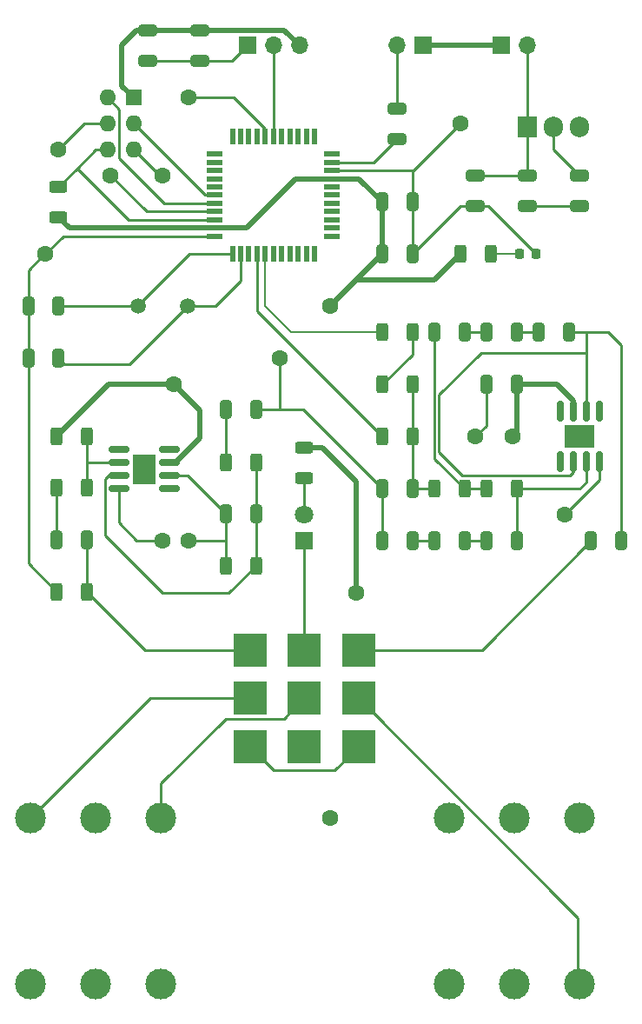
<source format=gbr>
%TF.GenerationSoftware,KiCad,Pcbnew,7.0.8*%
%TF.CreationDate,2023-11-14T18:00:56-08:00*%
%TF.ProjectId,guitar_pedal_4layer,67756974-6172-45f7-9065-64616c5f346c,rev?*%
%TF.SameCoordinates,Original*%
%TF.FileFunction,Copper,L1,Top*%
%TF.FilePolarity,Positive*%
%FSLAX46Y46*%
G04 Gerber Fmt 4.6, Leading zero omitted, Abs format (unit mm)*
G04 Created by KiCad (PCBNEW 7.0.8) date 2023-11-14 18:00:56*
%MOMM*%
%LPD*%
G01*
G04 APERTURE LIST*
G04 Aperture macros list*
%AMRoundRect*
0 Rectangle with rounded corners*
0 $1 Rounding radius*
0 $2 $3 $4 $5 $6 $7 $8 $9 X,Y pos of 4 corners*
0 Add a 4 corners polygon primitive as box body*
4,1,4,$2,$3,$4,$5,$6,$7,$8,$9,$2,$3,0*
0 Add four circle primitives for the rounded corners*
1,1,$1+$1,$2,$3*
1,1,$1+$1,$4,$5*
1,1,$1+$1,$6,$7*
1,1,$1+$1,$8,$9*
0 Add four rect primitives between the rounded corners*
20,1,$1+$1,$2,$3,$4,$5,0*
20,1,$1+$1,$4,$5,$6,$7,0*
20,1,$1+$1,$6,$7,$8,$9,0*
20,1,$1+$1,$8,$9,$2,$3,0*%
G04 Aperture macros list end*
%TA.AperFunction,SMDPad,CuDef*%
%ADD10RoundRect,0.250000X0.312500X0.625000X-0.312500X0.625000X-0.312500X-0.625000X0.312500X-0.625000X0*%
%TD*%
%TA.AperFunction,SMDPad,CuDef*%
%ADD11RoundRect,0.250000X0.325000X0.650000X-0.325000X0.650000X-0.325000X-0.650000X0.325000X-0.650000X0*%
%TD*%
%TA.AperFunction,SMDPad,CuDef*%
%ADD12RoundRect,0.250000X-0.325000X-0.650000X0.325000X-0.650000X0.325000X0.650000X-0.325000X0.650000X0*%
%TD*%
%TA.AperFunction,SMDPad,CuDef*%
%ADD13RoundRect,0.250000X-0.650000X0.325000X-0.650000X-0.325000X0.650000X-0.325000X0.650000X0.325000X0*%
%TD*%
%TA.AperFunction,SMDPad,CuDef*%
%ADD14RoundRect,0.250000X-0.625000X0.312500X-0.625000X-0.312500X0.625000X-0.312500X0.625000X0.312500X0*%
%TD*%
%TA.AperFunction,ComponentPad*%
%ADD15R,1.905000X2.000000*%
%TD*%
%TA.AperFunction,ComponentPad*%
%ADD16O,1.905000X2.000000*%
%TD*%
%TA.AperFunction,ComponentPad*%
%ADD17R,1.800000X1.800000*%
%TD*%
%TA.AperFunction,ComponentPad*%
%ADD18C,1.800000*%
%TD*%
%TA.AperFunction,ComponentPad*%
%ADD19C,3.000000*%
%TD*%
%TA.AperFunction,SMDPad,CuDef*%
%ADD20RoundRect,0.250000X0.650000X-0.325000X0.650000X0.325000X-0.650000X0.325000X-0.650000X-0.325000X0*%
%TD*%
%TA.AperFunction,SMDPad,CuDef*%
%ADD21RoundRect,0.250000X-0.312500X-0.625000X0.312500X-0.625000X0.312500X0.625000X-0.312500X0.625000X0*%
%TD*%
%TA.AperFunction,ComponentPad*%
%ADD22C,1.500000*%
%TD*%
%TA.AperFunction,SMDPad,CuDef*%
%ADD23RoundRect,0.218750X0.218750X0.256250X-0.218750X0.256250X-0.218750X-0.256250X0.218750X-0.256250X0*%
%TD*%
%TA.AperFunction,SMDPad,CuDef*%
%ADD24O,1.600000X1.600000*%
%TD*%
%TA.AperFunction,SMDPad,CuDef*%
%ADD25R,1.600000X1.600000*%
%TD*%
%TA.AperFunction,SMDPad,CuDef*%
%ADD26RoundRect,0.250000X0.625000X-0.312500X0.625000X0.312500X-0.625000X0.312500X-0.625000X-0.312500X0*%
%TD*%
%TA.AperFunction,ComponentPad*%
%ADD27R,1.700000X1.700000*%
%TD*%
%TA.AperFunction,ComponentPad*%
%ADD28O,1.700000X1.700000*%
%TD*%
%TA.AperFunction,SMDPad,CuDef*%
%ADD29RoundRect,0.150000X-0.825000X-0.150000X0.825000X-0.150000X0.825000X0.150000X-0.825000X0.150000X0*%
%TD*%
%TA.AperFunction,SMDPad,CuDef*%
%ADD30R,2.290000X3.000000*%
%TD*%
%TA.AperFunction,SMDPad,CuDef*%
%ADD31RoundRect,0.150000X0.150000X-0.825000X0.150000X0.825000X-0.150000X0.825000X-0.150000X-0.825000X0*%
%TD*%
%TA.AperFunction,SMDPad,CuDef*%
%ADD32R,3.000000X2.290000*%
%TD*%
%TA.AperFunction,ComponentPad*%
%ADD33R,3.302000X3.302000*%
%TD*%
%TA.AperFunction,SMDPad,CuDef*%
%ADD34R,1.500000X0.550000*%
%TD*%
%TA.AperFunction,SMDPad,CuDef*%
%ADD35R,0.550000X1.500000*%
%TD*%
%TA.AperFunction,ViaPad*%
%ADD36C,1.600000*%
%TD*%
%TA.AperFunction,Conductor*%
%ADD37C,0.250000*%
%TD*%
%TA.AperFunction,Conductor*%
%ADD38C,0.200000*%
%TD*%
%TA.AperFunction,Conductor*%
%ADD39C,0.500000*%
%TD*%
G04 APERTURE END LIST*
D10*
%TO.P,R5,1*%
%TO.N,Net-(U3--)*%
X131015000Y-96405000D03*
%TO.P,R5,2*%
%TO.N,Net-(C7-Pad1)*%
X128090000Y-96405000D03*
%TD*%
D11*
%TO.P,C5,1*%
%TO.N,Net-(U1-XTAL1)*%
X128270000Y-83820000D03*
%TO.P,C5,2*%
%TO.N,GND*%
X125320000Y-83820000D03*
%TD*%
D12*
%TO.P,C7,1*%
%TO.N,Net-(C7-Pad1)*%
X128077500Y-101485000D03*
%TO.P,C7,2*%
%TO.N,FX In*%
X131027500Y-101485000D03*
%TD*%
D13*
%TO.P,C3,1*%
%TO.N,Net-(SW1-B)*%
X173990000Y-66040000D03*
%TO.P,C3,2*%
%TO.N,Net-(C18-Pad1)*%
X173990000Y-68990000D03*
%TD*%
D14*
%TO.P,R11,1*%
%TO.N,+5V*%
X152195000Y-92517500D03*
%TO.P,R11,2*%
%TO.N,Net-(D2-A)*%
X152195000Y-95442500D03*
%TD*%
D10*
%TO.P,R3,1*%
%TO.N,Net-(U3-+)*%
X147512500Y-93980000D03*
%TO.P,R3,2*%
%TO.N,Net-(C9-Pad1)*%
X144587500Y-93980000D03*
%TD*%
D15*
%TO.P,U2,1,IN*%
%TO.N,Net-(SW1-B)*%
X173990000Y-61285000D03*
D16*
%TO.P,U2,2,GND*%
%TO.N,GND*%
X176530000Y-61285000D03*
%TO.P,U2,3,OUT*%
%TO.N,+5V*%
X179070000Y-61285000D03*
%TD*%
D17*
%TO.P,D2,1,K*%
%TO.N,Net-(D2-K)*%
X152230000Y-101600000D03*
D18*
%TO.P,D2,2,A*%
%TO.N,Net-(D2-A)*%
X152230000Y-99060000D03*
%TD*%
D10*
%TO.P,R8,1*%
%TO.N,Net-(R13-Pad2)*%
X162752500Y-81280000D03*
%TO.P,R8,2*%
%TO.N,PD2*%
X159827500Y-81280000D03*
%TD*%
D19*
%TO.P,J2,R*%
%TO.N,GND*%
X172720000Y-144780000D03*
%TO.P,J2,RN*%
%TO.N,unconnected-(J2-PadRN)*%
X172720000Y-128550000D03*
%TO.P,J2,S*%
%TO.N,GND*%
X166370000Y-144780000D03*
%TO.P,J2,SN*%
%TO.N,unconnected-(J2-PadSN)*%
X166370000Y-128550000D03*
%TO.P,J2,T*%
%TO.N,Net-(SW2-C2)*%
X179070000Y-144780000D03*
%TO.P,J2,TN*%
%TO.N,unconnected-(J2-PadTN)*%
X179070000Y-128550000D03*
%TD*%
D11*
%TO.P,C10,1*%
%TO.N,Net-(C10-Pad1)*%
X162765000Y-96520000D03*
%TO.P,C10,2*%
%TO.N,GND*%
X159815000Y-96520000D03*
%TD*%
D13*
%TO.P,C1,1*%
%TO.N,Net-(SW1-B)*%
X168910000Y-66040000D03*
%TO.P,C1,2*%
%TO.N,GND*%
X168910000Y-68990000D03*
%TD*%
D20*
%TO.P,C16,1*%
%TO.N,GND*%
X142035000Y-54815000D03*
%TO.P,C16,2*%
%TO.N,+5V*%
X142035000Y-51865000D03*
%TD*%
D10*
%TO.P,R7,1*%
%TO.N,Net-(C10-Pad1)*%
X162752500Y-91440000D03*
%TO.P,R7,2*%
%TO.N,PD1*%
X159827500Y-91440000D03*
%TD*%
D21*
%TO.P,R2,1*%
%TO.N,PA0*%
X144587500Y-104025000D03*
%TO.P,R2,2*%
%TO.N,Net-(U3-+)*%
X147512500Y-104025000D03*
%TD*%
D22*
%TO.P,Y1,1,1*%
%TO.N,Net-(U1-XTAL2)*%
X135980000Y-78700000D03*
%TO.P,Y1,2,2*%
%TO.N,Net-(U1-XTAL1)*%
X140860000Y-78700000D03*
%TD*%
D23*
%TO.P,D1,1,K*%
%TO.N,GND*%
X174777500Y-73660000D03*
%TO.P,D1,2,A*%
%TO.N,Net-(D1-A)*%
X173202500Y-73660000D03*
%TD*%
D11*
%TO.P,C14,1*%
%TO.N,Net-(C14-Pad1)*%
X167845000Y-81280000D03*
%TO.P,C14,2*%
%TO.N,Net-(C14-Pad2)*%
X164895000Y-81280000D03*
%TD*%
D24*
%TO.P,J3,1,MISO*%
%TO.N,Net-(J3-MISO)*%
X133030000Y-58420000D03*
D25*
%TO.P,J3,2,VCC*%
%TO.N,+5V*%
X135570000Y-58420000D03*
D24*
%TO.P,J3,3,SCK*%
%TO.N,Net-(J3-SCK)*%
X133030000Y-60960000D03*
%TO.P,J3,4,MOSI*%
%TO.N,Net-(J3-MOSI)*%
X135570000Y-60960000D03*
%TO.P,J3,5,~{RST}*%
%TO.N,Net-(J3-~{RST})*%
X133030000Y-63500000D03*
%TO.P,J3,6,GND*%
%TO.N,GND*%
X135570000Y-63500000D03*
%TD*%
D10*
%TO.P,R4,1*%
%TO.N,FX In*%
X131015000Y-106565000D03*
%TO.P,R4,2*%
%TO.N,GND*%
X128090000Y-106565000D03*
%TD*%
D26*
%TO.P,R12,1*%
%TO.N,+5V*%
X128270000Y-70042500D03*
%TO.P,R12,2*%
%TO.N,Net-(J3-~{RST})*%
X128270000Y-67117500D03*
%TD*%
D11*
%TO.P,C11,1*%
%TO.N,Net-(U4-+)*%
X172925000Y-101600000D03*
%TO.P,C11,2*%
%TO.N,Net-(C11-Pad2)*%
X169975000Y-101600000D03*
%TD*%
D20*
%TO.P,C15,1*%
%TO.N,Net-(U1-AREF)*%
X161290000Y-62435000D03*
%TO.P,C15,2*%
%TO.N,GND*%
X161290000Y-59485000D03*
%TD*%
D27*
%TO.P,RV1,1,1*%
%TO.N,GND*%
X146670000Y-53340000D03*
D28*
%TO.P,RV1,2,2*%
%TO.N,PA1*%
X149210000Y-53340000D03*
%TO.P,RV1,3,3*%
%TO.N,+5V*%
X151750000Y-53340000D03*
%TD*%
D13*
%TO.P,C17,1*%
%TO.N,+5V*%
X136955000Y-51865000D03*
%TO.P,C17,2*%
%TO.N,GND*%
X136955000Y-54815000D03*
%TD*%
D11*
%TO.P,C13,1*%
%TO.N,+5V*%
X172925000Y-86360000D03*
%TO.P,C13,2*%
%TO.N,GND*%
X169975000Y-86360000D03*
%TD*%
D29*
%TO.P,U3,1,NULL*%
%TO.N,unconnected-(U3-NULL-Pad1)*%
X134127500Y-92710000D03*
%TO.P,U3,2,-*%
%TO.N,Net-(U3--)*%
X134127500Y-93980000D03*
%TO.P,U3,3,+*%
%TO.N,Net-(U3-+)*%
X134127500Y-95250000D03*
%TO.P,U3,4,V-*%
%TO.N,GND*%
X134127500Y-96520000D03*
%TO.P,U3,5,NULL*%
%TO.N,unconnected-(U3-NULL-Pad5)*%
X139077500Y-96520000D03*
%TO.P,U3,6*%
%TO.N,PA0*%
X139077500Y-95250000D03*
%TO.P,U3,7,V+*%
%TO.N,+5V*%
X139077500Y-93980000D03*
%TO.P,U3,8,NC*%
%TO.N,unconnected-(U3-NC-Pad8)*%
X139077500Y-92710000D03*
D30*
%TO.P,U3,9*%
%TO.N,N/C*%
X136602500Y-94615000D03*
%TD*%
D11*
%TO.P,C12,1*%
%TO.N,Net-(U4--)*%
X183085000Y-101600000D03*
%TO.P,C12,2*%
%TO.N,FX Out*%
X180135000Y-101600000D03*
%TD*%
%TO.P,C8,1*%
%TO.N,Net-(U3-+)*%
X147525000Y-98945000D03*
%TO.P,C8,2*%
%TO.N,PA0*%
X144575000Y-98945000D03*
%TD*%
D12*
%TO.P,C2,1*%
%TO.N,+5V*%
X159815000Y-68580000D03*
%TO.P,C2,2*%
%TO.N,GND*%
X162765000Y-68580000D03*
%TD*%
D31*
%TO.P,U4,1,NULL*%
%TO.N,unconnected-(U4-NULL-Pad1)*%
X177165000Y-93915000D03*
%TO.P,U4,2,-*%
%TO.N,Net-(U4--)*%
X178435000Y-93915000D03*
%TO.P,U4,3,+*%
%TO.N,Net-(U4-+)*%
X179705000Y-93915000D03*
%TO.P,U4,4,V-*%
%TO.N,GND*%
X180975000Y-93915000D03*
%TO.P,U4,5,NULL*%
%TO.N,unconnected-(U4-NULL-Pad5)*%
X180975000Y-88965000D03*
%TO.P,U4,6*%
%TO.N,Net-(U4--)*%
X179705000Y-88965000D03*
%TO.P,U4,7,V+*%
%TO.N,+5V*%
X178435000Y-88965000D03*
%TO.P,U4,8,NC*%
%TO.N,unconnected-(U4-NC-Pad8)*%
X177165000Y-88965000D03*
D32*
%TO.P,U4,9*%
%TO.N,N/C*%
X179070000Y-91440000D03*
%TD*%
D11*
%TO.P,C22,1*%
%TO.N,Net-(C19-Pad2)*%
X162765000Y-101600000D03*
%TO.P,C22,2*%
%TO.N,GND*%
X159815000Y-101600000D03*
%TD*%
D27*
%TO.P,BT1,1,+*%
%TO.N,+9V*%
X163830000Y-53340000D03*
D28*
%TO.P,BT1,2,-*%
%TO.N,GND*%
X161290000Y-53340000D03*
%TD*%
D12*
%TO.P,C9,1*%
%TO.N,Net-(C9-Pad1)*%
X144575000Y-88785000D03*
%TO.P,C9,2*%
%TO.N,GND*%
X147525000Y-88785000D03*
%TD*%
D21*
%TO.P,R6,1*%
%TO.N,+5V*%
X128090000Y-91440000D03*
%TO.P,R6,2*%
%TO.N,Net-(U3--)*%
X131015000Y-91440000D03*
%TD*%
D33*
%TO.P,SW2,1,A1*%
%TO.N,FX In*%
X146930000Y-112225000D03*
%TO.P,SW2,2,B1*%
%TO.N,Net-(D2-K)*%
X152230000Y-112225000D03*
%TO.P,SW2,3,C1*%
%TO.N,FX Out*%
X157530000Y-112225000D03*
%TO.P,SW2,4,A2*%
%TO.N,Net-(SW2-A2)*%
X146930000Y-116925000D03*
%TO.P,SW2,5,B2*%
%TO.N,GND*%
X152230000Y-116925000D03*
%TO.P,SW2,6,C2*%
%TO.N,Net-(SW2-C2)*%
X157530000Y-116925000D03*
%TO.P,SW2,7,A3*%
%TO.N,Net-(SW2-A3)*%
X146930000Y-121625000D03*
%TO.P,SW2,8,B3*%
%TO.N,unconnected-(SW2-B3-Pad8)*%
X152230000Y-121625000D03*
%TO.P,SW2,9,C3*%
%TO.N,Net-(SW2-A3)*%
X157530000Y-121625000D03*
%TD*%
D11*
%TO.P,C6,1*%
%TO.N,Net-(U1-XTAL2)*%
X128270000Y-78700000D03*
%TO.P,C6,2*%
%TO.N,GND*%
X125320000Y-78700000D03*
%TD*%
D10*
%TO.P,R10,1*%
%TO.N,Net-(U4-+)*%
X172912500Y-96520000D03*
%TO.P,R10,2*%
%TO.N,Net-(C14-Pad2)*%
X169987500Y-96520000D03*
%TD*%
D27*
%TO.P,SW1,1,A*%
%TO.N,+9V*%
X171450000Y-53340000D03*
D28*
%TO.P,SW1,2,B*%
%TO.N,Net-(SW1-B)*%
X173990000Y-53340000D03*
%TD*%
D20*
%TO.P,C18,1*%
%TO.N,Net-(C18-Pad1)*%
X179070000Y-68990000D03*
%TO.P,C18,2*%
%TO.N,GND*%
X179070000Y-66040000D03*
%TD*%
D11*
%TO.P,C20,1*%
%TO.N,Net-(C20-Pad1)*%
X172925000Y-81280000D03*
%TO.P,C20,2*%
%TO.N,Net-(C14-Pad1)*%
X169975000Y-81280000D03*
%TD*%
%TO.P,C19,1*%
%TO.N,Net-(C11-Pad2)*%
X167845000Y-101600000D03*
%TO.P,C19,2*%
%TO.N,Net-(C19-Pad2)*%
X164895000Y-101600000D03*
%TD*%
D10*
%TO.P,R9,1*%
%TO.N,Net-(C14-Pad2)*%
X167832500Y-96520000D03*
%TO.P,R9,2*%
%TO.N,Net-(C10-Pad1)*%
X164907500Y-96520000D03*
%TD*%
D19*
%TO.P,J1,R*%
%TO.N,GND*%
X131900000Y-128550000D03*
%TO.P,J1,RN*%
%TO.N,unconnected-(J1-PadRN)*%
X131900000Y-144780000D03*
%TO.P,J1,S*%
%TO.N,GND*%
X138250000Y-128550000D03*
%TO.P,J1,SN*%
%TO.N,unconnected-(J1-PadSN)*%
X138250000Y-144780000D03*
%TO.P,J1,T*%
%TO.N,Net-(SW2-A2)*%
X125550000Y-128550000D03*
%TO.P,J1,TN*%
%TO.N,unconnected-(J1-PadTN)*%
X125550000Y-144780000D03*
%TD*%
D34*
%TO.P,U1,1,PB0*%
%TO.N,unconnected-(U1-PB0-Pad1)*%
X143510000Y-63920000D03*
%TO.P,U1,2,PB1*%
%TO.N,unconnected-(U1-PB1-Pad2)*%
X143510000Y-64720000D03*
%TO.P,U1,3,PB2*%
%TO.N,unconnected-(U1-PB2-Pad3)*%
X143510000Y-65520000D03*
%TO.P,U1,4,PB3*%
%TO.N,unconnected-(U1-PB3-Pad4)*%
X143510000Y-66320000D03*
%TO.P,U1,5,PB4*%
%TO.N,unconnected-(U1-PB4-Pad5)*%
X143510000Y-67120000D03*
%TO.P,U1,6,PB5*%
%TO.N,Net-(J3-MOSI)*%
X143510000Y-67920000D03*
%TO.P,U1,7,PB6*%
%TO.N,Net-(J3-MISO)*%
X143510000Y-68720000D03*
%TO.P,U1,8,PB7*%
%TO.N,Net-(J3-SCK)*%
X143510000Y-69520000D03*
%TO.P,U1,9,~{RESET}*%
%TO.N,Net-(J3-~{RST})*%
X143510000Y-70320000D03*
%TO.P,U1,10,VCC*%
%TO.N,+5V*%
X143510000Y-71120000D03*
%TO.P,U1,11,GND*%
%TO.N,GND*%
X143510000Y-71920000D03*
D35*
%TO.P,U1,12,XTAL2*%
%TO.N,Net-(U1-XTAL2)*%
X145210000Y-73620000D03*
%TO.P,U1,13,XTAL1*%
%TO.N,Net-(U1-XTAL1)*%
X146010000Y-73620000D03*
%TO.P,U1,14,PD0*%
%TO.N,unconnected-(U1-PD0-Pad14)*%
X146810000Y-73620000D03*
%TO.P,U1,15,PD1*%
%TO.N,PD1*%
X147610000Y-73620000D03*
%TO.P,U1,16,PD2*%
%TO.N,PD2*%
X148410000Y-73620000D03*
%TO.P,U1,17,PD3*%
%TO.N,unconnected-(U1-PD3-Pad17)*%
X149210000Y-73620000D03*
%TO.P,U1,18,PD4*%
%TO.N,unconnected-(U1-PD4-Pad18)*%
X150010000Y-73620000D03*
%TO.P,U1,19,PD5*%
%TO.N,unconnected-(U1-PD5-Pad19)*%
X150810000Y-73620000D03*
%TO.P,U1,20,PD6*%
%TO.N,unconnected-(U1-PD6-Pad20)*%
X151610000Y-73620000D03*
%TO.P,U1,21,PD7*%
%TO.N,unconnected-(U1-PD7-Pad21)*%
X152410000Y-73620000D03*
%TO.P,U1,22,PC0*%
%TO.N,unconnected-(U1-PC0-Pad22)*%
X153210000Y-73620000D03*
D34*
%TO.P,U1,23,PC1*%
%TO.N,unconnected-(U1-PC1-Pad23)*%
X154910000Y-71920000D03*
%TO.P,U1,24,PC2*%
%TO.N,unconnected-(U1-PC2-Pad24)*%
X154910000Y-71120000D03*
%TO.P,U1,25,PC3*%
%TO.N,unconnected-(U1-PC3-Pad25)*%
X154910000Y-70320000D03*
%TO.P,U1,26,PC4*%
%TO.N,unconnected-(U1-PC4-Pad26)*%
X154910000Y-69520000D03*
%TO.P,U1,27,PC5*%
%TO.N,unconnected-(U1-PC5-Pad27)*%
X154910000Y-68720000D03*
%TO.P,U1,28,PC6*%
%TO.N,unconnected-(U1-PC6-Pad28)*%
X154910000Y-67920000D03*
%TO.P,U1,29,PC7*%
%TO.N,unconnected-(U1-PC7-Pad29)*%
X154910000Y-67120000D03*
%TO.P,U1,30,AVCC*%
%TO.N,+5V*%
X154910000Y-66320000D03*
%TO.P,U1,31,GND*%
%TO.N,GND*%
X154910000Y-65520000D03*
%TO.P,U1,32,AREF*%
%TO.N,Net-(U1-AREF)*%
X154910000Y-64720000D03*
%TO.P,U1,33,PA7*%
%TO.N,unconnected-(U1-PA7-Pad33)*%
X154910000Y-63920000D03*
D35*
%TO.P,U1,34,PA6*%
%TO.N,unconnected-(U1-PA6-Pad34)*%
X153210000Y-62220000D03*
%TO.P,U1,35,PA5*%
%TO.N,unconnected-(U1-PA5-Pad35)*%
X152410000Y-62220000D03*
%TO.P,U1,36,PA4*%
%TO.N,unconnected-(U1-PA4-Pad36)*%
X151610000Y-62220000D03*
%TO.P,U1,37,PA3*%
%TO.N,unconnected-(U1-PA3-Pad37)*%
X150810000Y-62220000D03*
%TO.P,U1,38,PA2*%
%TO.N,unconnected-(U1-PA2-Pad38)*%
X150010000Y-62220000D03*
%TO.P,U1,39,PA1*%
%TO.N,PA1*%
X149210000Y-62220000D03*
%TO.P,U1,40,PA0*%
%TO.N,PA0*%
X148410000Y-62220000D03*
%TO.P,U1,41*%
%TO.N,N/C*%
X147610000Y-62220000D03*
%TO.P,U1,42*%
X146810000Y-62220000D03*
%TO.P,U1,43*%
X146010000Y-62220000D03*
%TO.P,U1,44*%
X145210000Y-62220000D03*
%TD*%
D21*
%TO.P,R1,1*%
%TO.N,+5V*%
X167447500Y-73660000D03*
%TO.P,R1,2*%
%TO.N,Net-(D1-A)*%
X170372500Y-73660000D03*
%TD*%
D10*
%TO.P,R13,1*%
%TO.N,Net-(C10-Pad1)*%
X162752500Y-86360000D03*
%TO.P,R13,2*%
%TO.N,Net-(R13-Pad2)*%
X159827500Y-86360000D03*
%TD*%
D11*
%TO.P,C21,1*%
%TO.N,Net-(U4--)*%
X178005000Y-81280000D03*
%TO.P,C21,2*%
%TO.N,Net-(C20-Pad1)*%
X175055000Y-81280000D03*
%TD*%
D12*
%TO.P,C4,1*%
%TO.N,+5V*%
X159815000Y-73660000D03*
%TO.P,C4,2*%
%TO.N,GND*%
X162765000Y-73660000D03*
%TD*%
D36*
%TO.N,GND*%
X154735000Y-128550000D03*
X167435000Y-60960000D03*
X149860000Y-83820000D03*
X138430000Y-66040000D03*
X177595000Y-99060000D03*
X138430000Y-101600000D03*
X127000000Y-73660000D03*
X168910000Y-91440000D03*
%TO.N,+5V*%
X172515000Y-91440000D03*
X139495000Y-86360000D03*
X157275000Y-106680000D03*
X154735000Y-78740000D03*
%TO.N,Net-(J3-SCK)*%
X128270000Y-63500000D03*
X133350000Y-66040000D03*
%TO.N,PA0*%
X140970000Y-101600000D03*
X140970000Y-58420000D03*
%TD*%
D37*
%TO.N,GND*%
X169975000Y-90375000D02*
X169975000Y-86360000D01*
X145195000Y-54815000D02*
X146670000Y-53340000D01*
X127000000Y-73660000D02*
X128740000Y-71920000D01*
X144559000Y-118901000D02*
X138250000Y-125210000D01*
X162765000Y-65630000D02*
X162875000Y-65520000D01*
X176530000Y-63500000D02*
X179070000Y-66040000D01*
X127000000Y-73660000D02*
X126897500Y-73660000D01*
X161290000Y-59485000D02*
X161290000Y-53340000D01*
X152230000Y-116925000D02*
X150254000Y-118901000D01*
X147525000Y-88785000D02*
X149860000Y-88785000D01*
X125320000Y-103795000D02*
X128090000Y-106565000D01*
X149860000Y-83820000D02*
X149860000Y-88785000D01*
X170107500Y-68990000D02*
X168910000Y-68990000D01*
X167435000Y-68990000D02*
X168910000Y-68990000D01*
X138110000Y-66040000D02*
X138430000Y-66040000D01*
X136955000Y-54815000D02*
X142035000Y-54815000D01*
X159815000Y-96520000D02*
X159815000Y-101600000D01*
X125320000Y-78700000D02*
X125320000Y-83820000D01*
X162765000Y-68580000D02*
X162765000Y-73660000D01*
X174777500Y-73660000D02*
X170107500Y-68990000D01*
X128740000Y-71920000D02*
X143510000Y-71920000D01*
X168910000Y-91440000D02*
X169975000Y-90375000D01*
X176530000Y-61285000D02*
X176530000Y-63500000D01*
X125320000Y-83820000D02*
X125320000Y-103795000D01*
X135570000Y-63500000D02*
X138110000Y-66040000D01*
X142035000Y-54815000D02*
X145195000Y-54815000D01*
X138250000Y-125210000D02*
X138250000Y-128550000D01*
X177595000Y-99060000D02*
X180975000Y-95680000D01*
X134127500Y-99837500D02*
X135890000Y-101600000D01*
X134127500Y-96520000D02*
X133350000Y-96520000D01*
X152080000Y-88785000D02*
X159815000Y-96520000D01*
X162765000Y-73660000D02*
X167435000Y-68990000D01*
X162875000Y-65520000D02*
X154910000Y-65520000D01*
X125320000Y-75237500D02*
X125320000Y-78700000D01*
X149860000Y-88785000D02*
X152080000Y-88785000D01*
X150254000Y-118901000D02*
X144559000Y-118901000D01*
X126897500Y-73660000D02*
X125320000Y-75237500D01*
X162765000Y-68580000D02*
X162765000Y-65630000D01*
X167435000Y-60960000D02*
X162875000Y-65520000D01*
X135890000Y-101600000D02*
X138430000Y-101600000D01*
X134127500Y-96520000D02*
X134127500Y-99837500D01*
X180975000Y-95680000D02*
X180975000Y-93915000D01*
D38*
%TO.N,Net-(D1-A)*%
X170372500Y-73660000D02*
X173202500Y-73660000D01*
D37*
%TO.N,Net-(SW2-A2)*%
X146930000Y-116925000D02*
X137175000Y-116925000D01*
X137175000Y-116925000D02*
X125550000Y-128550000D01*
%TO.N,Net-(SW2-C2)*%
X178890000Y-144600000D02*
X179070000Y-144780000D01*
X178890000Y-138285000D02*
X178890000Y-144600000D01*
X157530000Y-116925000D02*
X178890000Y-138285000D01*
%TO.N,Net-(J3-MISO)*%
X133030000Y-58420000D02*
X134155000Y-59545000D01*
X134155000Y-59545000D02*
X134155000Y-64305000D01*
X138570000Y-68720000D02*
X143510000Y-68720000D01*
X134155000Y-64305000D02*
X138570000Y-68720000D01*
D39*
%TO.N,+5V*%
X134415000Y-53340000D02*
X134415000Y-57265000D01*
X157275000Y-76200000D02*
X159815000Y-73660000D01*
X142035000Y-91576028D02*
X139631028Y-93980000D01*
X151385338Y-66320000D02*
X154910000Y-66320000D01*
X142035000Y-51865000D02*
X136955000Y-51865000D01*
X157275000Y-95788750D02*
X154003750Y-92517500D01*
X178435000Y-87990000D02*
X176805000Y-86360000D01*
X143510000Y-71120000D02*
X146585338Y-71120000D01*
X139495000Y-86360000D02*
X142035000Y-88900000D01*
X135890000Y-51865000D02*
X134415000Y-53340000D01*
X164907500Y-76200000D02*
X157275000Y-76200000D01*
X136955000Y-51865000D02*
X135890000Y-51865000D01*
X142035000Y-88900000D02*
X142035000Y-91576028D01*
X176805000Y-86360000D02*
X172925000Y-86360000D01*
X159815000Y-68580000D02*
X159815000Y-73660000D01*
X142035000Y-51865000D02*
X150275000Y-51865000D01*
X150275000Y-51865000D02*
X151750000Y-53340000D01*
X172515000Y-91440000D02*
X172925000Y-91030000D01*
X129347500Y-71120000D02*
X143510000Y-71120000D01*
X154003750Y-92517500D02*
X152195000Y-92517500D01*
X157275000Y-106680000D02*
X157275000Y-95788750D01*
X154735000Y-78740000D02*
X157275000Y-76200000D01*
X146585338Y-71120000D02*
X151385338Y-66320000D01*
X139631028Y-93980000D02*
X139077500Y-93980000D01*
X134415000Y-57265000D02*
X135570000Y-58420000D01*
X172925000Y-91030000D02*
X172925000Y-86360000D01*
X154910000Y-66320000D02*
X157555000Y-66320000D01*
X133170000Y-86360000D02*
X128090000Y-91440000D01*
X157555000Y-66320000D02*
X159815000Y-68580000D01*
X167447500Y-73660000D02*
X164907500Y-76200000D01*
X178435000Y-88965000D02*
X178435000Y-87990000D01*
X139495000Y-86360000D02*
X133170000Y-86360000D01*
X128270000Y-70042500D02*
X129347500Y-71120000D01*
D37*
%TO.N,Net-(J3-SCK)*%
X133030000Y-60960000D02*
X130810000Y-60960000D01*
X143510000Y-69520000D02*
X136830000Y-69520000D01*
X136830000Y-69520000D02*
X133350000Y-66040000D01*
X130810000Y-60960000D02*
X128270000Y-63500000D01*
%TO.N,Net-(J3-MOSI)*%
X142530000Y-67920000D02*
X143510000Y-67920000D01*
X135570000Y-60960000D02*
X142530000Y-67920000D01*
%TO.N,Net-(J3-~{RST})*%
X133030000Y-63500000D02*
X131887500Y-63500000D01*
X130078750Y-65308750D02*
X128270000Y-67117500D01*
X131887500Y-63500000D02*
X130078750Y-65308750D01*
X143510000Y-70320000D02*
X135090000Y-70320000D01*
X135090000Y-70320000D02*
X130078750Y-65308750D01*
%TO.N,Net-(U1-XTAL2)*%
X135980000Y-78650000D02*
X141010000Y-73620000D01*
X135980000Y-78700000D02*
X128270000Y-78700000D01*
X135980000Y-78700000D02*
X135980000Y-78650000D01*
X141010000Y-73620000D02*
X145210000Y-73620000D01*
%TO.N,Net-(U1-XTAL1)*%
X146010000Y-76240000D02*
X146010000Y-73620000D01*
X135205000Y-84355000D02*
X140860000Y-78700000D01*
X140860000Y-78700000D02*
X143550000Y-78700000D01*
X128805000Y-84355000D02*
X135205000Y-84355000D01*
X128270000Y-83820000D02*
X128805000Y-84355000D01*
X143550000Y-78700000D02*
X146010000Y-76240000D01*
%TO.N,Net-(SW1-B)*%
X173990000Y-61285000D02*
X173990000Y-53340000D01*
X168910000Y-66040000D02*
X173990000Y-66040000D01*
X173990000Y-66040000D02*
X173990000Y-61285000D01*
%TO.N,Net-(C7-Pad1)*%
X128090000Y-101472500D02*
X128077500Y-101485000D01*
X128090000Y-96405000D02*
X128090000Y-101472500D01*
%TO.N,Net-(SW2-A3)*%
X146930000Y-121625000D02*
X149270000Y-123965000D01*
X149270000Y-123965000D02*
X155190000Y-123965000D01*
X155190000Y-123965000D02*
X157530000Y-121625000D01*
%TO.N,FX In*%
X131027500Y-106552500D02*
X131015000Y-106565000D01*
X131027500Y-101485000D02*
X131027500Y-106552500D01*
X146930000Y-112225000D02*
X136675000Y-112225000D01*
X136675000Y-112225000D02*
X131015000Y-106565000D01*
%TO.N,Net-(U3-+)*%
X138430000Y-106680000D02*
X132827500Y-101077500D01*
X147525000Y-98945000D02*
X147525000Y-104012500D01*
X133152500Y-95250000D02*
X134127500Y-95250000D01*
X147512500Y-104025000D02*
X144857500Y-106680000D01*
X147512500Y-93980000D02*
X147512500Y-98932500D01*
X144857500Y-106680000D02*
X138430000Y-106680000D01*
X147525000Y-104012500D02*
X147512500Y-104025000D01*
X132827500Y-101077500D02*
X132827500Y-95575000D01*
X132827500Y-95575000D02*
X133152500Y-95250000D01*
X147512500Y-98932500D02*
X147525000Y-98945000D01*
%TO.N,PA0*%
X140970000Y-101600000D02*
X144587500Y-101600000D01*
X144575000Y-98945000D02*
X140880000Y-95250000D01*
X140970000Y-58420000D02*
X145360000Y-58420000D01*
X144587500Y-101600000D02*
X144587500Y-98957500D01*
X140880000Y-95250000D02*
X139077500Y-95250000D01*
X144587500Y-104025000D02*
X144587500Y-101600000D01*
X148410000Y-61470000D02*
X148410000Y-62220000D01*
X145360000Y-58420000D02*
X148410000Y-61470000D01*
X144587500Y-98957500D02*
X144575000Y-98945000D01*
%TO.N,Net-(C9-Pad1)*%
X144575000Y-88785000D02*
X144575000Y-93967500D01*
X144575000Y-93967500D02*
X144587500Y-93980000D01*
%TO.N,Net-(C10-Pad1)*%
X162765000Y-96520000D02*
X164907500Y-96520000D01*
X162752500Y-96507500D02*
X162765000Y-96520000D01*
X162752500Y-91440000D02*
X162752500Y-96507500D01*
X162752500Y-86360000D02*
X162752500Y-91440000D01*
%TO.N,Net-(U4-+)*%
X172925000Y-96532500D02*
X172912500Y-96520000D01*
X179705000Y-95885000D02*
X179070000Y-96520000D01*
X179705000Y-93915000D02*
X179705000Y-95885000D01*
X172925000Y-101600000D02*
X172925000Y-96532500D01*
X179070000Y-96520000D02*
X172912500Y-96520000D01*
%TO.N,Net-(U4--)*%
X169476819Y-83253181D02*
X179705000Y-83253181D01*
X165345000Y-87385000D02*
X169476819Y-83253181D01*
X183085000Y-101600000D02*
X183085000Y-82550000D01*
X165345000Y-92955000D02*
X165345000Y-87385000D01*
X178435000Y-93915000D02*
X178435000Y-94890000D01*
X181815000Y-81280000D02*
X178005000Y-81280000D01*
X178435000Y-94890000D02*
X178110000Y-95215000D01*
X183085000Y-82550000D02*
X181815000Y-81280000D01*
X179705000Y-88965000D02*
X179705000Y-83820000D01*
X178110000Y-95215000D02*
X167605000Y-95215000D01*
X179705000Y-81280000D02*
X178005000Y-81280000D01*
X179705000Y-83253181D02*
X179705000Y-83820000D01*
X167605000Y-95215000D02*
X165345000Y-92955000D01*
X179705000Y-83820000D02*
X179705000Y-81280000D01*
%TO.N,FX Out*%
X180135000Y-101600000D02*
X169510000Y-112225000D01*
X169510000Y-112225000D02*
X157530000Y-112225000D01*
%TO.N,Net-(C14-Pad2)*%
X164895000Y-93582500D02*
X167832500Y-96520000D01*
X169987500Y-96520000D02*
X167832500Y-96520000D01*
X164895000Y-81280000D02*
X164895000Y-93582500D01*
%TO.N,Net-(U1-AREF)*%
X159005000Y-64720000D02*
X161290000Y-62435000D01*
X154910000Y-64720000D02*
X159005000Y-64720000D01*
%TO.N,Net-(D2-K)*%
X152230000Y-112225000D02*
X152230000Y-101600000D01*
%TO.N,Net-(D2-A)*%
X152230000Y-95477500D02*
X152195000Y-95442500D01*
X152230000Y-99060000D02*
X152230000Y-95477500D01*
%TO.N,Net-(U3--)*%
X134127500Y-93980000D02*
X131015000Y-93980000D01*
X131015000Y-93980000D02*
X131015000Y-96405000D01*
X131015000Y-91440000D02*
X131015000Y-93980000D01*
%TO.N,PD1*%
X147610000Y-79222500D02*
X159827500Y-91440000D01*
X147610000Y-73620000D02*
X147610000Y-79222500D01*
D38*
%TO.N,PD2*%
X148410000Y-78740000D02*
X150950000Y-81280000D01*
X150950000Y-81280000D02*
X159647500Y-81280000D01*
X148410000Y-73620000D02*
X148410000Y-78740000D01*
D37*
%TO.N,PA1*%
X149210000Y-62220000D02*
X149210000Y-53340000D01*
%TO.N,Net-(C18-Pad1)*%
X173990000Y-68990000D02*
X179070000Y-68990000D01*
%TO.N,Net-(C11-Pad2)*%
X167845000Y-101600000D02*
X169975000Y-101600000D01*
%TO.N,Net-(C14-Pad1)*%
X167845000Y-81280000D02*
X169975000Y-81280000D01*
%TO.N,Net-(C19-Pad2)*%
X162765000Y-101600000D02*
X164895000Y-101600000D01*
%TO.N,Net-(C20-Pad1)*%
X172925000Y-81280000D02*
X175055000Y-81280000D01*
%TO.N,Net-(R13-Pad2)*%
X162752500Y-83435000D02*
X159827500Y-86360000D01*
X162752500Y-81280000D02*
X162752500Y-83435000D01*
D39*
%TO.N,+9V*%
X163830000Y-53340000D02*
X171450000Y-53340000D01*
%TD*%
M02*

</source>
